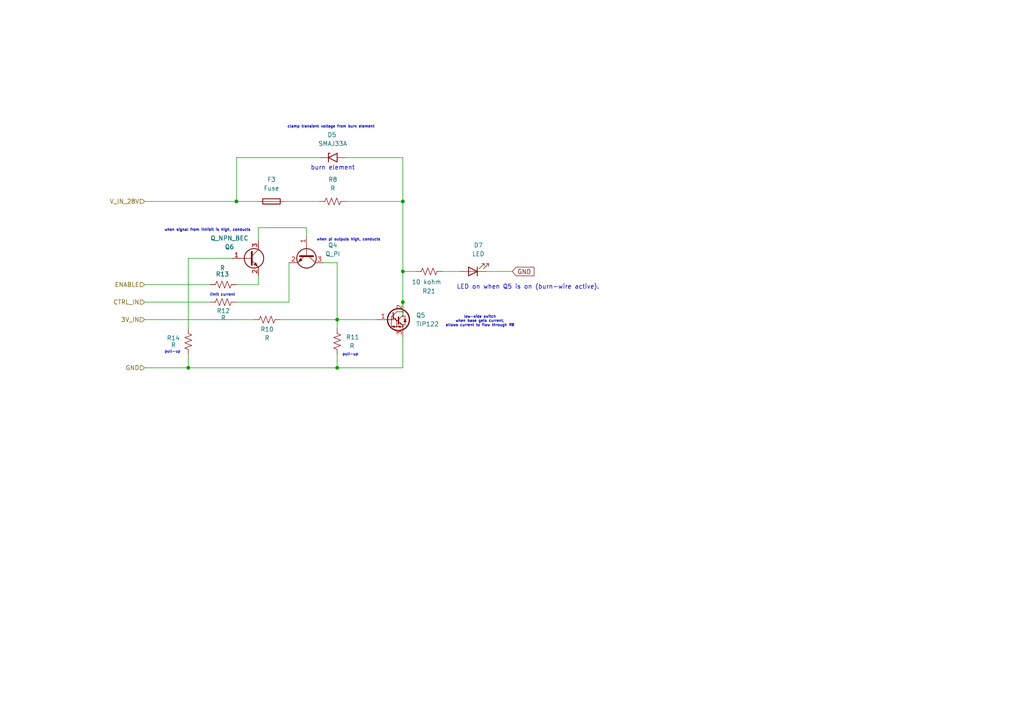
<source format=kicad_sch>
(kicad_sch (version 20250114) (generator "eeschema") (generator_version "9.0")
  (paper "A4")
  (lib_symbols
    (symbol "Device:Fuse" (pin_numbers (hide yes)) (pin_names (offset 0))
      (property "Reference" "F" (at 2.032 0 90))
      (property "Value" "Fuse" (at -1.905 0 90))
      (symbol "Fuse_0_1"
        (rectangle (start -0.762 -2.54) (end 0.762 2.54) (stroke (width 0.254)))
        (polyline (pts (xy 0 2.54) (xy 0 -2.54)))
      )
      (symbol "Fuse_1_1"
        (pin passive line (at 0 3.81 270) (length 1.27) (name "~") (number "1"))
        (pin passive line (at 0 -3.81 90) (length 1.27) (name "~") (number "2"))
      )
    )
    (symbol "Device:LED" (pin_numbers (hide yes)) (pin_names (offset 1.016) (hide yes))
      (property "Reference" "D" (at 0 2.54 0))
      (property "Value" "LED" (at 0 -2.54 0))
      (symbol "LED_0_1"
        (polyline (pts (xy -3.048 -0.762) (xy -4.572 -2.286) (xy -3.81 -2.286) (xy -4.572 -2.286) (xy -4.572 -1.524)))
        (polyline (pts (xy -1.778 -0.762) (xy -3.302 -2.286) (xy -2.54 -2.286) (xy -3.302 -2.286) (xy -3.302 -1.524)))
        (polyline (pts (xy -1.27 0) (xy 1.27 0)))
        (polyline (pts (xy -1.27 -1.27) (xy -1.27 1.27)) (stroke (width 0.254)))
        (polyline (pts (xy 1.27 -1.27) (xy 1.27 1.27) (xy -1.27 0) (xy 1.27 -1.27)) (stroke (width 0.254)))
      )
      (symbol "LED_1_1"
        (pin passive line (at -3.81 0 0) (length 2.54) (name "K") (number "1"))
        (pin passive line (at 3.81 0 180) (length 2.54) (name "A") (number "2"))
      )
    )
    (symbol "Device:R_US" (pin_numbers (hide yes)) (pin_names (offset 0))
      (property "Reference" "R" (at 2.54 0 90))
      (property "Value" "R_US" (at -2.54 0 90))
      (symbol "R_US_0_1"
        (polyline (pts (xy 0 2.286) (xy 0 2.54)))
        (polyline (pts (xy 0 2.286) (xy 1.016 1.905) (xy 0 1.524) (xy -1.016 1.143) (xy 0 0.762)))
        (polyline (pts (xy 0 0.762) (xy 1.016 0.381) (xy 0 0) (xy -1.016 -0.381) (xy 0 -0.762)))
        (polyline (pts (xy 0 -0.762) (xy 1.016 -1.143) (xy 0 -1.524) (xy -1.016 -1.905) (xy 0 -2.286)))
        (polyline (pts (xy 0 -2.286) (xy 0 -2.54)))
      )
      (symbol "R_US_1_1"
        (pin passive line (at 0 3.81 270) (length 1.27) (name "~") (number "1"))
        (pin passive line (at 0 -3.81 90) (length 1.27) (name "~") (number "2"))
      )
    )
    (symbol "Diode:SMAJ33A" (pin_numbers (hide yes)) (pin_names (offset 1.016) (hide yes))
      (property "Reference" "D" (at 0 2.54 0))
      (property "Value" "SMAJ33A" (at 0 -2.54 0))
      (symbol "SMAJ33A_0_1"
        (polyline (pts (xy -0.762 1.27) (xy -1.27 1.27) (xy -1.27 -1.27)) (stroke (width 0.254)))
        (polyline (pts (xy 1.27 1.27) (xy 1.27 -1.27) (xy -1.27 0) (xy 1.27 1.27)) (stroke (width 0.254)))
      )
      (symbol "SMAJ33A_1_1"
        (pin passive line (at -3.81 0 0) (length 2.54) (name "A1") (number "1"))
        (pin passive line (at 3.81 0 180) (length 2.54) (name "A2") (number "2"))
      )
    )
    (symbol "Transistor_BJT:Q_NPN_BEC" (pin_names (offset 0) (hide yes))
      (property "Reference" "Q" (at 5.08 1.27 0))
      (property "Value" "Q_NPN_BEC" (at 5.08 -1.27 0))
      (symbol "Q_NPN_BEC_0_1"
        (polyline (pts (xy -2.54 0) (xy 0.635 0)))
        (polyline (pts (xy 0.635 1.905) (xy 0.635 -1.905)) (stroke (width 0.508)))
        (circle (center 1.27 0) (radius 2.8194) (stroke (width 0.254)))
      )
      (symbol "Q_NPN_BEC_1_1"
        (polyline (pts (xy 0.635 0.635) (xy 2.54 2.54)))
        (polyline (pts (xy 0.635 -0.635) (xy 2.54 -2.54)))
        (polyline (pts (xy 1.27 -1.778) (xy 1.778 -1.27) (xy 2.286 -2.286) (xy 1.27 -1.778)) (fill (type outline)))
        (pin input line (at -5.08 0 0) (length 2.54) (name "B") (number "1"))
        (pin passive line (at 2.54 5.08 270) (length 2.54) (name "C") (number "3"))
        (pin passive line (at 2.54 -5.08 90) (length 2.54) (name "E") (number "2"))
      )
    )
    (symbol "Transistor_BJT:TIP122" (pin_names (offset 0) (hide yes))
      (property "Reference" "Q" (at 5.08 1.905 0))
      (property "Value" "TIP122" (at 5.08 0 0))
      (symbol "TIP122_0_1"
        (polyline (pts (xy -1.27 0) (xy -0.889 0)))
        (circle (center -0.762 0) (radius 0.127))
        (polyline (pts (xy -0.254 2.032) (xy -0.254 0) (xy -0.254 0)) (stroke (width 0.3048)))
        (polyline (pts (xy -0.254 1.27) (xy 0.762 2.286) (xy 2.54 2.286)))
        (polyline (pts (xy -0.254 1.016) (xy -0.762 1.016) (xy -0.762 -2.032)))
        (polyline (pts (xy -0.254 0.762) (xy 0.762 -0.254) (xy 1.27 -0.254)))
        (polyline (pts (xy 0.635 -0.127) (xy 0.381 0.381) (xy 0.127 0.127) (xy 0.635 -0.127)))
        (polyline (pts (xy 0.762 -0.254) (xy 0.762 -2.032) (xy 1.143 -2.032) (xy 1.27 -1.778) (xy 1.397 -2.286) (xy 1.524 -1.778) (xy 1.651 -2.286) (xy 1.778 -1.778) (xy 1.905 -2.286) (xy 2.032 -2.032) (xy 2.54 -2.032)))
        (circle (center 0.762 -0.254) (radius 0.127))
        (polyline (pts (xy 0.762 -2.032) (xy 0.381 -2.032) (xy 0.254 -2.286) (xy 0.127 -1.778) (xy 0 -2.286) (xy -0.127 -1.778) (xy -0.254 -2.286) (xy -0.381 -1.778) (xy -0.508 -2.032) (xy -0.762 -2.032)))
        (circle (center 0.762 -2.032) (radius 0.127))
        (polyline (pts (xy 1.27 0.762) (xy 1.27 -1.27) (xy 1.27 -1.27)) (stroke (width 0.381)))
        (polyline (pts (xy 1.27 0) (xy 2.286 1.016) (xy 2.54 1.016) (xy 2.54 2.286)))
        (circle (center 1.27 0) (radius 3.175) (stroke (width 0.3556)))
        (polyline (pts (xy 1.27 -0.508) (xy 2.286 -1.524) (xy 2.54 -1.524) (xy 2.54 -2.032)))
        (polyline (pts (xy 2.159 -1.397) (xy 1.905 -0.889) (xy 1.651 -1.143) (xy 2.159 -1.397)))
        (circle (center 2.54 2.286) (radius 0.127))
        (circle (center 2.54 1.016) (radius 0.127))
        (polyline (pts (xy 2.54 -1.524) (xy 3.175 -1.524)))
        (circle (center 2.54 -1.524) (radius 0.127))
        (polyline (pts (xy 2.54 -2.032) (xy 2.54 -2.54)))
        (circle (center 2.54 -2.032) (radius 0.127))
        (polyline (pts (xy 2.794 0.127) (xy 3.556 0.127)))
        (polyline (pts (xy 3.175 1.016) (xy 2.54 1.016)))
        (polyline (pts (xy 3.175 1.016) (xy 3.175 0.127)))
        (polyline (pts (xy 3.175 0.127) (xy 2.794 -0.635) (xy 3.556 -0.635) (xy 3.175 0.127)) (fill (type outline)))
        (polyline (pts (xy 3.175 -0.635) (xy 3.175 -1.524)))
      )
      (symbol "TIP122_1_1"
        (pin input line (at -5.08 0 0) (length 3.81) (name "B") (number "1"))
        (pin passive line (at 2.54 5.08 270) (length 2.667) (name "C") (number "2"))
        (pin passive line (at 2.54 -5.08 90) (length 2.54) (name "E") (number "3"))
      )
    )
  )
  (text "pull-up" (at 101.6 102.87 0) (effects (font (size 0.762 0.762))))
  (text "pull-up\n" (at 50.038 102.108 0) (effects (font (size 0.762 0.762))))
  (text "low-side switch\nwhen base gets current,\nallows current to flow through R8\n" (at 139.192 93.218 0) (effects (font (size 0.762 0.762))))
  (text "burn element\n" (at 96.52 48.768 0) (effects (font (size 1.27 1.27))))
  (text "when pi outputs high, conducts" (at 101.092 69.596 0) (effects (font (size 0.762 0.762))))
  (text "clamp transient voltage from burn element" (at 96.012 36.83 0) (effects (font (size 0.762 0.762))))
  (text "when signal from inhibit is high, conducts" (at 60.198 66.802 0) (effects (font (size 0.762 0.762))))
  (text "limit current" (at 64.516 85.598 0) (effects (font (size 0.762 0.762))))
  (text "LED on when Q5 is on (burn-wire active)." (at 153.162 83.312 0) (effects (font (size 1.27 1.27))))
  (junction (at 116.84 87.63))
  (junction (at 116.84 58.42))
  (junction (at 54.61 106.68))
  (junction (at 97.79 92.71))
  (junction (at 97.79 106.68))
  (junction (at 68.58 58.42))
  (junction (at 116.84 78.74))
  (wire (pts (xy 88.9 68.58) (xy 88.9 66.04)))
  (wire (pts (xy 97.79 76.2) (xy 97.79 92.71)))
  (wire (pts (xy 41.91 82.55) (xy 60.96 82.55)))
  (wire (pts (xy 97.79 76.2) (xy 93.98 76.2)))
  (wire (pts (xy 100.33 58.42) (xy 116.84 58.42)))
  (wire (pts (xy 68.58 58.42) (xy 74.93 58.42)))
  (wire (pts (xy 41.91 87.63) (xy 60.96 87.63)))
  (wire (pts (xy 116.84 78.74) (xy 116.84 87.63)))
  (wire (pts (xy 116.84 106.68) (xy 116.84 97.79)))
  (wire (pts (xy 68.58 87.63) (xy 83.82 87.63)))
  (wire (pts (xy 68.58 45.72) (xy 68.58 58.42)))
  (wire (pts (xy 92.71 45.72) (xy 68.58 45.72)))
  (wire (pts (xy 41.91 106.68) (xy 54.61 106.68)))
  (wire (pts (xy 41.91 58.42) (xy 68.58 58.42)))
  (wire (pts (xy 97.79 106.68) (xy 116.84 106.68)))
  (wire (pts (xy 74.93 82.55) (xy 74.93 80.01)))
  (wire (pts (xy 74.93 66.04) (xy 88.9 66.04)))
  (wire (pts (xy 83.82 87.63) (xy 83.82 76.2)))
  (wire (pts (xy 97.79 102.87) (xy 97.79 106.68)))
  (wire (pts (xy 116.84 78.74) (xy 120.65 78.74)))
  (wire (pts (xy 54.61 74.93) (xy 54.61 95.25)))
  (wire (pts (xy 97.79 92.71) (xy 109.22 92.71)))
  (wire (pts (xy 54.61 106.68) (xy 97.79 106.68)))
  (wire (pts (xy 41.91 92.71) (xy 73.66 92.71)))
  (wire (pts (xy 116.84 91.44) (xy 116.84 87.63)))
  (wire (pts (xy 74.93 66.04) (xy 74.93 69.85)))
  (wire (pts (xy 116.84 45.72) (xy 116.84 58.42)))
  (wire (pts (xy 128.27 78.74) (xy 133.35 78.74)))
  (wire (pts (xy 68.58 82.55) (xy 74.93 82.55)))
  (wire (pts (xy 100.33 45.72) (xy 116.84 45.72)))
  (wire (pts (xy 82.55 58.42) (xy 92.71 58.42)))
  (wire (pts (xy 140.97 78.74) (xy 148.59 78.74)))
  (wire (pts (xy 116.84 58.42) (xy 116.84 78.74)))
  (wire (pts (xy 54.61 74.93) (xy 67.31 74.93)))
  (wire (pts (xy 97.79 92.71) (xy 97.79 95.25)))
  (wire (pts (xy 81.28 92.71) (xy 97.79 92.71)))
  (wire (pts (xy 54.61 102.87) (xy 54.61 106.68)))
  (global_label "GND" (shape input) (at 148.59 78.74 0) (property "Intersheetrefs" "${INTERSHEET_REFS}" (effects (hide yes))))
  (hierarchical_label "V_IN_28V" (shape input) (at 41.91 58.42 180))
  (hierarchical_label "CTRL_IN" (shape input) (at 41.91 87.63 180))
  (hierarchical_label "GND" (shape input) (at 41.91 106.68 180))
  (hierarchical_label "3V_IN" (shape input) (at 41.91 92.71 180))
  (hierarchical_label "ENABLE" (shape input) (at 41.91 82.55 180))
  (symbol (lib_id "Diode:SMAJ33A") (at 96.52 45.72 0) (unit 1)
    (property "Reference" "D5" (at 96.266 39.116 0))
    (property "Value" "SMAJ33A" (at 96.52 41.656 0))
    (property "Footprint" "Diode_SMD:D_SMA" (effects (hide yes)))
    (property "Datasheet" "https://www.littelfuse.com/media?resourcetype=datasheets&itemid=75e32973-b177-4ee3-a0ff-cedaf1abdb93&filename=smaj-datasheet" (effects (hide yes)))
    (property "Description" "400W unidirectional Transient Voltage Suppressor, 33.0Vr, SMA(DO-214AC)" (effects (hide yes)))
  )
  (symbol (lib_id "Device:Fuse") (at 78.74 58.42 270) (unit 1)
    (property "Reference" "F3" (at 78.74 52.07 90))
    (property "Value" "Fuse" (at 78.74 54.61 90))
    (property "Description" "Fuse" (effects (hide yes)))
  )
  (symbol (lib_id "Device:R_US") (at 64.77 87.63 270) (unit 1)
    (property "Reference" "R12" (at 64.77 90.17 90))
    (property "Value" "R" (at 64.77 92.202 90))
    (property "Description" "Resistor, US symbol" (effects (hide yes)))
  )
  (symbol (lib_id "Device:R_US") (at 124.46 78.74 90) (unit 1)
    (property "Reference" "R21" (at 126.365 84.4551 90) (effects (justify left)))
    (property "Value" "10 kohm" (at 128.016 81.788 90) (effects (justify left)))
    (property "Description" "Resistor, US symbol" (effects (hide yes)))
  )
  (symbol (lib_id "Transistor_BJT:Q_NPN_BEC") (at 88.9 73.66 270) (unit 1)
    (property "Reference" "Q4" (at 96.52 71.12 90))
    (property "Value" "Q_PI" (at 96.52 73.66 90))
    (property "Description" "NPN transistor, base/emitter/collector" (effects (hide yes)))
  )
  (symbol (lib_id "Device:LED") (at 137.16 78.74 180) (unit 1)
    (property "Reference" "D7" (at 138.7475 71.12 0))
    (property "Value" "LED" (at 138.7475 73.66 0))
    (property "Description" "Light emitting diode" (effects (hide yes)))
    (property "Sim.Pins" "1=K 2=A" (effects (hide yes)))
  )
  (symbol (lib_id "Transistor_BJT:TIP122") (at 114.3 92.71 0) (unit 1)
    (property "Reference" "Q5" (at 120.65 91.4399 0) (effects (justify left)))
    (property "Value" "TIP122" (at 120.65 93.9799 0) (effects (justify left)))
    (property "Footprint" "Package_TO_SOT_THT:TO-220-3_Vertical" (effects (hide yes)))
    (property "Datasheet" "https://www.onsemi.com/pub/Collateral/TIP120-D.PDF" (effects (hide yes)))
    (property "Description" "5A Ic, 100V Vce, Silicon Darlington Power NPN Transistor, TO-220" (effects (hide yes)))
  )
  (symbol (lib_id "Device:R_US") (at 64.77 82.55 270) (unit 1)
    (property "Reference" "R13" (at 64.516 79.502 90))
    (property "Value" "R" (at 64.516 77.724 90))
    (property "Description" "Resistor, US symbol" (effects (hide yes)))
  )
  (symbol (lib_id "Device:R_US") (at 96.52 58.42 270) (unit 1)
    (property "Reference" "R8" (at 96.52 52.07 90))
    (property "Value" "R" (at 96.52 54.61 90))
    (property "Description" "Resistor, US symbol" (effects (hide yes)))
  )
  (symbol (lib_id "Device:R_US") (at 77.47 92.71 270) (unit 1)
    (property "Reference" "R10" (at 77.47 95.504 90))
    (property "Value" "R" (at 77.47 98.044 90))
    (property "Description" "Resistor, US symbol" (effects (hide yes)))
  )
  (symbol (lib_id "Device:R_US") (at 97.79 99.06 180) (unit 1)
    (property "Reference" "R11" (at 100.33 97.7899 0) (effects (justify right)))
    (property "Value" "R" (at 101.346 100.33 0) (effects (justify right)))
    (property "Description" "Resistor, US symbol" (effects (hide yes)))
  )
  (symbol (lib_id "Transistor_BJT:Q_NPN_BEC") (at 72.39 74.93 0) (unit 1)
    (property "Reference" "Q6" (at 66.548 71.628 0))
    (property "Value" "Q_NPN_BEC" (at 66.548 69.088 0))
    (property "Description" "NPN transistor, base/emitter/collector" (effects (hide yes)))
  )
  (symbol (lib_id "Device:R_US") (at 54.61 99.06 0) (unit 1)
    (property "Reference" "R14" (at 50.292 98.044 0))
    (property "Value" "R" (at 50.292 100.076 0))
    (property "Description" "Resistor, US symbol" (effects (hide yes)))
  )
)
</source>
